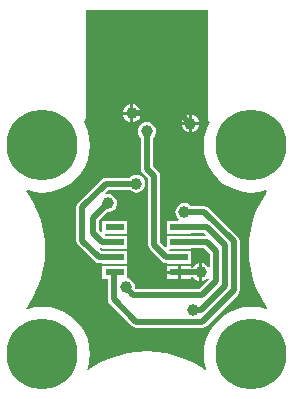
<source format=gbl>
G04*
G04 #@! TF.GenerationSoftware,Altium Limited,Altium Designer,18.1.7 (191)*
G04*
G04 Layer_Physical_Order=2*
G04 Layer_Color=8421376*
%FSLAX44Y44*%
%MOMM*%
G71*
G01*
G75*
%ADD11C,0.5000*%
%ADD26C,6.0000*%
%ADD27C,1.0000*%
%ADD28R,1.6000X0.6000*%
G36*
X51719Y111363D02*
X52015Y109876D01*
X52857Y108616D01*
X53580Y108133D01*
X52649Y106616D01*
X50240Y100799D01*
X48770Y94677D01*
X48276Y88400D01*
X48770Y82123D01*
X50240Y76001D01*
X52649Y70184D01*
X55939Y64816D01*
X60028Y60028D01*
X64816Y55939D01*
X70184Y52649D01*
X76001Y50240D01*
X82123Y48770D01*
X88400Y48276D01*
X94677Y48770D01*
X100799Y50240D01*
X101305Y50450D01*
X102086Y49448D01*
X100548Y47375D01*
X96246Y40197D01*
X92668Y32633D01*
X89849Y24753D01*
X87816Y16636D01*
X86588Y8358D01*
X86177Y0D01*
X86588Y-8358D01*
X87816Y-16636D01*
X89849Y-24753D01*
X92668Y-32633D01*
X96246Y-40197D01*
X100548Y-47375D01*
X102086Y-49448D01*
X101305Y-50450D01*
X100799Y-50240D01*
X94677Y-48770D01*
X88400Y-48276D01*
X82123Y-48770D01*
X76001Y-50240D01*
X70184Y-52649D01*
X64816Y-55939D01*
X60028Y-60028D01*
X55939Y-64816D01*
X52649Y-70184D01*
X50240Y-76001D01*
X48770Y-82123D01*
X48276Y-88400D01*
X48770Y-94677D01*
X50240Y-100799D01*
X50476Y-101369D01*
X49475Y-102151D01*
X47355Y-100578D01*
X40177Y-96276D01*
X32613Y-92698D01*
X24733Y-89879D01*
X16616Y-87846D01*
X8338Y-86618D01*
X19Y-86209D01*
X0Y-86205D01*
Y-86177D01*
X-8358Y-86588D01*
X-16636Y-87816D01*
X-24753Y-89849D01*
X-32633Y-92668D01*
X-40197Y-96246D01*
X-47375Y-100548D01*
X-49448Y-102086D01*
X-50450Y-101305D01*
X-50240Y-100799D01*
X-48770Y-94677D01*
X-48276Y-88400D01*
X-48770Y-82123D01*
X-50240Y-76001D01*
X-52649Y-70184D01*
X-55939Y-64816D01*
X-60028Y-60028D01*
X-64816Y-55939D01*
X-70184Y-52649D01*
X-76001Y-50240D01*
X-82123Y-48770D01*
X-88400Y-48276D01*
X-94677Y-48770D01*
X-100799Y-50240D01*
X-101305Y-50450D01*
X-102086Y-49448D01*
X-100548Y-47375D01*
X-96246Y-40197D01*
X-92668Y-32633D01*
X-89849Y-24753D01*
X-87816Y-16636D01*
X-86588Y-8358D01*
X-86177Y0D01*
X-86588Y8358D01*
X-87816Y16636D01*
X-89849Y24753D01*
X-92668Y32633D01*
X-96246Y40197D01*
X-100548Y47375D01*
X-102086Y49448D01*
X-101305Y50450D01*
X-100799Y50240D01*
X-94677Y48770D01*
X-88400Y48276D01*
X-82123Y48770D01*
X-76001Y50240D01*
X-70184Y52649D01*
X-64816Y55939D01*
X-60028Y60028D01*
X-55939Y64816D01*
X-52649Y70184D01*
X-50240Y76001D01*
X-48770Y82123D01*
X-48276Y88400D01*
X-48770Y94677D01*
X-50240Y100799D01*
X-52649Y106616D01*
X-53572Y108122D01*
X-52907Y108566D01*
X-52065Y109826D01*
X-51769Y111313D01*
Y203125D01*
X51719D01*
Y111363D01*
D02*
G37*
%LPC*%
G36*
X-11430Y123008D02*
Y116840D01*
X-5262D01*
X-5354Y117538D01*
X-6114Y119373D01*
X-7322Y120948D01*
X-8898Y122156D01*
X-10732Y122916D01*
X-11430Y123008D01*
D02*
G37*
G36*
X-13970D02*
X-14668Y122916D01*
X-16502Y122156D01*
X-18078Y120948D01*
X-19286Y119373D01*
X-20046Y117538D01*
X-20138Y116840D01*
X-13970D01*
Y123008D01*
D02*
G37*
G36*
X-5262Y114300D02*
X-11430D01*
Y108132D01*
X-10732Y108224D01*
X-8898Y108984D01*
X-7322Y110192D01*
X-6114Y111768D01*
X-5354Y113602D01*
X-5262Y114300D01*
D02*
G37*
G36*
X-13970D02*
X-20138D01*
X-20046Y113602D01*
X-19286Y111768D01*
X-18078Y110192D01*
X-16502Y108984D01*
X-14668Y108224D01*
X-13970Y108132D01*
Y114300D01*
D02*
G37*
G36*
X38100Y114118D02*
Y107950D01*
X44268D01*
X44176Y108648D01*
X43416Y110483D01*
X42208Y112058D01*
X40633Y113266D01*
X38798Y114026D01*
X38100Y114118D01*
D02*
G37*
G36*
X35560D02*
X34862Y114026D01*
X33028Y113266D01*
X31452Y112058D01*
X30244Y110483D01*
X29484Y108648D01*
X29392Y107950D01*
X35560D01*
Y114118D01*
D02*
G37*
G36*
X44268Y105410D02*
X38100D01*
Y99242D01*
X38798Y99334D01*
X40633Y100094D01*
X42208Y101302D01*
X43416Y102878D01*
X44176Y104712D01*
X44268Y105410D01*
D02*
G37*
G36*
X35560D02*
X29392D01*
X29484Y104712D01*
X30244Y102878D01*
X31452Y101302D01*
X33028Y100094D01*
X34862Y99334D01*
X35560Y99242D01*
Y105410D01*
D02*
G37*
G36*
X-8890Y63485D02*
X-10858Y63226D01*
X-12693Y62466D01*
X-14268Y61258D01*
X-14451Y61019D01*
X-34740D01*
X-36706Y60628D01*
X-38373Y59514D01*
X-58244Y39643D01*
X-59358Y37976D01*
X-59749Y36010D01*
Y7620D01*
X-59358Y5653D01*
X-58244Y3986D01*
X-44274Y-9984D01*
X-42607Y-11098D01*
X-40640Y-11489D01*
X-37790D01*
Y-11890D01*
X-16710D01*
Y-810D01*
X-37790D01*
Y-810D01*
X-39017Y-706D01*
X-40021Y299D01*
X-39396Y1469D01*
X-38100Y1211D01*
X-37790D01*
Y810D01*
X-16710D01*
Y11890D01*
X-35493D01*
X-35727Y12240D01*
X-35048Y13510D01*
X-16710D01*
Y24590D01*
X-37790D01*
Y15103D01*
X-39060Y14577D01*
X-40581Y16099D01*
Y24541D01*
X-33319Y31804D01*
X-33020Y31765D01*
X-31052Y32024D01*
X-29218Y32784D01*
X-27642Y33992D01*
X-26434Y35568D01*
X-25674Y37402D01*
X-25415Y39370D01*
X-25674Y41338D01*
X-26434Y43172D01*
X-27642Y44748D01*
X-29218Y45956D01*
X-31052Y46716D01*
X-33020Y46975D01*
X-34818Y46738D01*
X-35136Y47081D01*
X-35463Y47889D01*
X-32611Y50741D01*
X-14451D01*
X-14268Y50502D01*
X-12693Y49294D01*
X-10858Y48534D01*
X-8890Y48275D01*
X-6922Y48534D01*
X-5088Y49294D01*
X-3512Y50502D01*
X-2304Y52077D01*
X-1544Y53912D01*
X-1285Y55880D01*
X-1544Y57848D01*
X-2304Y59682D01*
X-3512Y61258D01*
X-5088Y62466D01*
X-6922Y63226D01*
X-8890Y63485D01*
D02*
G37*
G36*
X0Y107935D02*
X-1968Y107676D01*
X-3803Y106916D01*
X-5378Y105708D01*
X-6586Y104132D01*
X-7346Y102298D01*
X-7605Y100330D01*
X-7346Y98362D01*
X-6586Y96528D01*
X-5378Y94952D01*
X-5139Y94769D01*
Y68580D01*
X-4748Y66613D01*
X-3634Y64946D01*
X1211Y60101D01*
Y3810D01*
X1602Y1843D01*
X2716Y176D01*
X12876Y-9984D01*
X14543Y-11098D01*
X16510Y-11489D01*
X16710D01*
Y-11890D01*
X37790D01*
Y-810D01*
X19117D01*
X18883Y-460D01*
X19562Y810D01*
X37790D01*
Y1211D01*
X48395D01*
X53281Y-3675D01*
Y-14432D01*
X52011Y-14863D01*
X51098Y-13672D01*
X49523Y-12464D01*
X47688Y-11704D01*
X46990Y-11612D01*
Y-19050D01*
Y-26488D01*
X47688Y-26396D01*
X49523Y-25636D01*
X51098Y-24428D01*
X51527Y-23868D01*
X52862Y-24214D01*
X52958Y-24865D01*
X44861Y-32961D01*
X-9301D01*
X-10214Y-32048D01*
X-10175Y-31750D01*
X-10434Y-29782D01*
X-11194Y-27947D01*
X-12402Y-26372D01*
X-13978Y-25164D01*
X-15812Y-24404D01*
X-16710Y-24286D01*
Y-13510D01*
X-37790D01*
Y-24590D01*
X-32959D01*
Y-42030D01*
X-32568Y-43997D01*
X-31454Y-45664D01*
X-12644Y-64474D01*
X-10977Y-65588D01*
X-9010Y-65979D01*
X47110D01*
X49076Y-65588D01*
X50744Y-64474D01*
X77214Y-38004D01*
X78328Y-36337D01*
X78719Y-34370D01*
Y6933D01*
X78328Y8900D01*
X77214Y10567D01*
X52397Y35384D01*
X50730Y36498D01*
X48763Y36889D01*
X37311D01*
X37128Y37128D01*
X35552Y38336D01*
X33718Y39096D01*
X31750Y39355D01*
X29782Y39096D01*
X27947Y38336D01*
X26372Y37128D01*
X25164Y35552D01*
X24404Y33718D01*
X24145Y31750D01*
X24404Y29782D01*
X25164Y27947D01*
X26372Y26372D01*
X27040Y25860D01*
X26609Y24590D01*
X16710D01*
Y13510D01*
X37790D01*
Y13911D01*
X48671D01*
X49824Y12759D01*
X49298Y11489D01*
X37790D01*
Y11890D01*
X16710D01*
Y2513D01*
X15440Y1987D01*
X11489Y5939D01*
Y62230D01*
X11098Y64197D01*
X9984Y65864D01*
X5139Y70708D01*
Y94769D01*
X5378Y94952D01*
X6586Y96528D01*
X7346Y98362D01*
X7605Y100330D01*
X7346Y102298D01*
X6586Y104132D01*
X5378Y105708D01*
X3803Y106916D01*
X1968Y107676D01*
X0Y107935D01*
D02*
G37*
G36*
X44450Y-11612D02*
X43752Y-11704D01*
X41918Y-12464D01*
X40342Y-13672D01*
X39134Y-15247D01*
X39060Y-15426D01*
X37790Y-15173D01*
Y-13510D01*
X28520D01*
Y-19050D01*
Y-24590D01*
X37790D01*
Y-22927D01*
X39060Y-22674D01*
X39134Y-22852D01*
X40342Y-24428D01*
X41918Y-25636D01*
X43752Y-26396D01*
X44450Y-26488D01*
Y-19050D01*
Y-11612D01*
D02*
G37*
G36*
X25980Y-13510D02*
X16710D01*
Y-17780D01*
X25980D01*
Y-13510D01*
D02*
G37*
G36*
Y-20320D02*
X16710D01*
Y-24590D01*
X25980D01*
Y-20320D01*
D02*
G37*
%LPD*%
D11*
X-9010Y-60840D02*
X47110D01*
X-27820Y-42030D02*
X-9010Y-60840D01*
X47110D02*
X73580Y-34370D01*
X-12700Y115570D02*
X27940D01*
X0Y68580D02*
Y100330D01*
X27940Y115570D02*
X36830Y106680D01*
X6350Y3810D02*
Y62230D01*
X0Y68580D02*
X6350Y62230D01*
X16510Y-6350D02*
X27250D01*
X6350Y3810D02*
X16510Y-6350D01*
X46990Y-38100D02*
X58420Y-26670D01*
X-11430Y-38100D02*
X46990D01*
X-17780Y-31750D02*
X-11430Y-38100D01*
X48763Y31750D02*
X73580Y6933D01*
X31750Y31750D02*
X48763D01*
X73580Y-34370D02*
Y6933D01*
X50800Y19050D02*
X66040Y3810D01*
Y-30480D02*
Y3810D01*
X45720Y-50800D02*
X66040Y-30480D01*
X58420Y-26670D02*
Y-1546D01*
X50524Y6350D02*
X58420Y-1546D01*
X39370Y-50800D02*
X45720D01*
X-27820Y-42030D02*
Y-19620D01*
X27250Y19050D02*
X50800D01*
X27250Y-19050D02*
X45720D01*
X27250Y6350D02*
X50524D01*
X-27820Y-19620D02*
X-27250Y-19050D01*
X-45720Y26670D02*
X-33020Y39370D01*
X-34740Y55880D02*
X-8890D01*
X-54610Y36010D02*
X-34740Y55880D01*
X-54610Y7620D02*
Y36010D01*
Y7620D02*
X-40640Y-6350D01*
X-27250D01*
X-38100Y6350D02*
X-27250D01*
X-45720Y13970D02*
X-38100Y6350D01*
X-45720Y13970D02*
Y26670D01*
D26*
X-88400Y88400D02*
D03*
Y-88400D02*
D03*
X88400D02*
D03*
Y88400D02*
D03*
D27*
X-12700Y115570D02*
D03*
X0Y100330D02*
D03*
X36830Y106680D02*
D03*
X39370Y-50800D02*
D03*
X31750Y31750D02*
D03*
X45720Y-19050D02*
D03*
X-17780Y-31750D02*
D03*
X-33020Y39370D02*
D03*
X-8890Y55880D02*
D03*
D28*
X-27250Y-19050D02*
D03*
Y-6350D02*
D03*
Y6350D02*
D03*
Y19050D02*
D03*
X27250Y-19050D02*
D03*
Y-6350D02*
D03*
Y6350D02*
D03*
Y19050D02*
D03*
M02*

</source>
